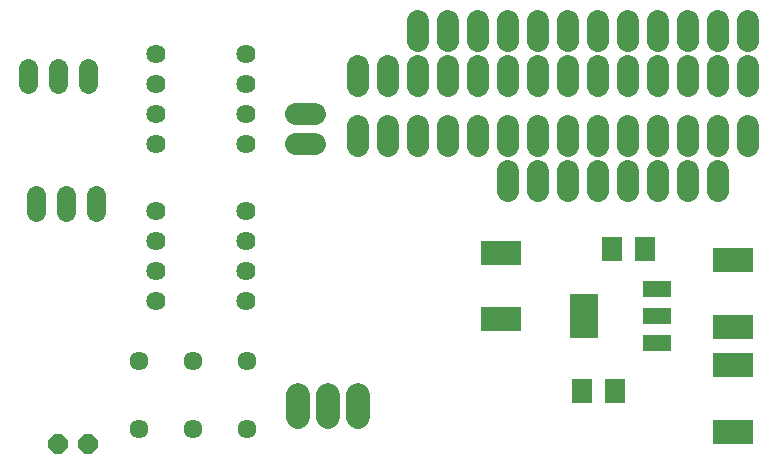
<source format=gts>
G75*
%MOIN*%
%OFA0B0*%
%FSLAX25Y25*%
%IPPOS*%
%LPD*%
%AMOC8*
5,1,8,0,0,1.08239X$1,22.5*
%
%ADD10R,0.07099X0.07887*%
%ADD11R,0.09600X0.05600*%
%ADD12R,0.09461X0.14973*%
%ADD13C,0.06400*%
%ADD14C,0.07200*%
%ADD15R,0.13398X0.07887*%
%ADD16C,0.06400*%
%ADD17C,0.07924*%
%ADD18OC8,0.06400*%
%ADD19C,0.06350*%
D10*
X0208788Y0034300D03*
X0219812Y0034300D03*
X0218788Y0081800D03*
X0229812Y0081800D03*
D11*
X0234000Y0068400D03*
X0234000Y0059300D03*
X0234000Y0050200D03*
D12*
X0209599Y0059300D03*
D13*
X0096800Y0064300D03*
X0096800Y0074300D03*
X0096800Y0084300D03*
X0096800Y0094300D03*
X0096800Y0116800D03*
X0096800Y0126800D03*
X0096800Y0136800D03*
X0096800Y0146800D03*
X0066800Y0146800D03*
X0066800Y0136800D03*
X0066800Y0126800D03*
X0066800Y0116800D03*
X0066800Y0094300D03*
X0066800Y0084300D03*
X0066800Y0074300D03*
X0066800Y0064300D03*
D14*
X0113600Y0116800D02*
X0120000Y0116800D01*
X0134300Y0116100D02*
X0134300Y0122500D01*
X0144300Y0122500D02*
X0144300Y0116100D01*
X0154300Y0116100D02*
X0154300Y0122500D01*
X0164300Y0122500D02*
X0164300Y0116100D01*
X0174300Y0116100D02*
X0174300Y0122500D01*
X0184300Y0122500D02*
X0184300Y0116100D01*
X0194300Y0116100D02*
X0194300Y0122500D01*
X0204300Y0122500D02*
X0204300Y0116100D01*
X0214300Y0116100D02*
X0214300Y0122500D01*
X0224300Y0122500D02*
X0224300Y0116100D01*
X0234300Y0116100D02*
X0234300Y0122500D01*
X0244300Y0122500D02*
X0244300Y0116100D01*
X0254300Y0116100D02*
X0254300Y0122500D01*
X0264300Y0122500D02*
X0264300Y0116100D01*
X0254300Y0107500D02*
X0254300Y0101100D01*
X0244300Y0101100D02*
X0244300Y0107500D01*
X0234300Y0107500D02*
X0234300Y0101100D01*
X0224300Y0101100D02*
X0224300Y0107500D01*
X0214300Y0107500D02*
X0214300Y0101100D01*
X0204300Y0101100D02*
X0204300Y0107500D01*
X0194300Y0107500D02*
X0194300Y0101100D01*
X0184300Y0101100D02*
X0184300Y0107500D01*
X0184300Y0136100D02*
X0184300Y0142500D01*
X0194300Y0142500D02*
X0194300Y0136100D01*
X0204300Y0136100D02*
X0204300Y0142500D01*
X0214300Y0142500D02*
X0214300Y0136100D01*
X0224300Y0136100D02*
X0224300Y0142500D01*
X0234300Y0142500D02*
X0234300Y0136100D01*
X0244300Y0136100D02*
X0244300Y0142500D01*
X0254300Y0142500D02*
X0254300Y0136100D01*
X0264300Y0136100D02*
X0264300Y0142500D01*
X0264300Y0151100D02*
X0264300Y0157500D01*
X0254300Y0157500D02*
X0254300Y0151100D01*
X0244300Y0151100D02*
X0244300Y0157500D01*
X0234300Y0157500D02*
X0234300Y0151100D01*
X0224300Y0151100D02*
X0224300Y0157500D01*
X0214300Y0157500D02*
X0214300Y0151100D01*
X0204300Y0151100D02*
X0204300Y0157500D01*
X0194300Y0157500D02*
X0194300Y0151100D01*
X0184300Y0151100D02*
X0184300Y0157500D01*
X0174300Y0157500D02*
X0174300Y0151100D01*
X0164300Y0151100D02*
X0164300Y0157500D01*
X0154300Y0157500D02*
X0154300Y0151100D01*
X0154300Y0142500D02*
X0154300Y0136100D01*
X0164300Y0136100D02*
X0164300Y0142500D01*
X0174300Y0142500D02*
X0174300Y0136100D01*
X0144300Y0136100D02*
X0144300Y0142500D01*
X0134300Y0142500D02*
X0134300Y0136100D01*
X0120000Y0126800D02*
X0113600Y0126800D01*
D15*
X0181800Y0080324D03*
X0181800Y0058276D03*
X0259300Y0055776D03*
X0259300Y0042824D03*
X0259300Y0020776D03*
X0259300Y0077824D03*
D16*
X0046800Y0094000D02*
X0046800Y0099600D01*
X0036800Y0099600D02*
X0036800Y0094000D01*
X0026800Y0094000D02*
X0026800Y0099600D01*
X0024300Y0136500D02*
X0024300Y0142100D01*
X0034300Y0142100D02*
X0034300Y0136500D01*
X0044300Y0136500D02*
X0044300Y0142100D01*
D17*
X0114300Y0032862D02*
X0114300Y0025738D01*
X0124300Y0025738D02*
X0124300Y0032862D01*
X0134300Y0032862D02*
X0134300Y0025738D01*
D18*
X0034300Y0016800D03*
X0044300Y0016800D03*
D19*
X0061200Y0021800D03*
X0079300Y0021800D03*
X0097400Y0021800D03*
X0097400Y0044300D03*
X0079300Y0044300D03*
X0061200Y0044300D03*
M02*

</source>
